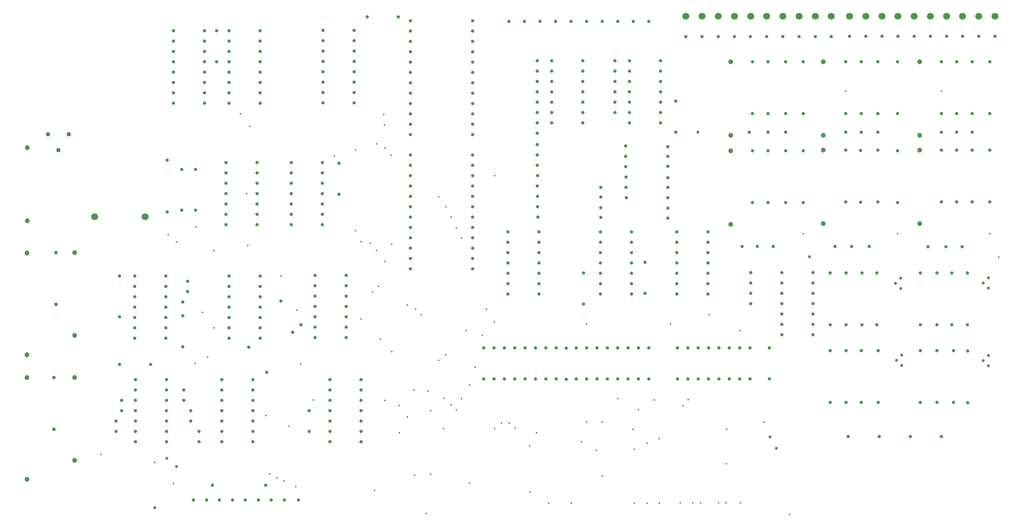
<source format=gbr>
%TF.GenerationSoftware,KiCad,Pcbnew,7.0.10*%
%TF.CreationDate,2024-03-23T14:15:09-04:00*%
%TF.ProjectId,MITS 88-2SIO,4d495453-2038-4382-9d32-53494f2e6b69,rev?*%
%TF.SameCoordinates,Original*%
%TF.FileFunction,Plated,1,2,PTH,Drill*%
%TF.FilePolarity,Positive*%
%FSLAX46Y46*%
G04 Gerber Fmt 4.6, Leading zero omitted, Abs format (unit mm)*
G04 Created by KiCad (PCBNEW 7.0.10) date 2024-03-23 14:15:09*
%MOMM*%
%LPD*%
G01*
G04 APERTURE LIST*
%TA.AperFunction,ViaDrill*%
%ADD10C,0.400000*%
%TD*%
%TA.AperFunction,ComponentDrill*%
%ADD11C,0.750000*%
%TD*%
%TA.AperFunction,ViaDrill*%
%ADD12C,0.762000*%
%TD*%
%TA.AperFunction,ComponentDrill*%
%ADD13C,0.800000*%
%TD*%
%TA.AperFunction,ComponentDrill*%
%ADD14C,0.900000*%
%TD*%
%TA.AperFunction,ComponentDrill*%
%ADD15C,1.100000*%
%TD*%
%TA.AperFunction,ComponentDrill*%
%ADD16C,1.200000*%
%TD*%
%TA.AperFunction,ComponentDrill*%
%ADD17C,1.700000*%
%TD*%
G04 APERTURE END LIST*
D10*
X50495200Y-139827000D03*
X63754000Y-141732000D03*
X67056000Y-85852000D03*
X68326000Y-146939000D03*
X69088000Y-87630000D03*
X73533000Y-117475000D03*
X73914000Y-83947000D03*
X75438000Y-104902000D03*
X76708000Y-115951000D03*
X78232000Y-89789000D03*
X78232000Y-108712000D03*
X84709000Y-56261000D03*
X86233000Y-75819000D03*
X86487000Y-88519000D03*
X86995000Y-59309000D03*
X90932000Y-130251200D03*
X91948000Y-144526000D03*
X93726000Y-145542000D03*
X94625160Y-96012000D03*
X95377000Y-146304000D03*
X96647000Y-132842000D03*
X98298000Y-147701000D03*
X98653600Y-104394000D03*
X99441000Y-117602000D03*
X102616000Y-126441200D03*
X107746800Y-66548000D03*
X112903000Y-65151000D03*
X112903000Y-84836000D03*
X114300000Y-87579200D03*
X114300000Y-106553000D03*
X116586000Y-88011000D03*
X117094000Y-99949000D03*
X117602000Y-148590000D03*
X118110000Y-63627000D03*
X118110000Y-89789000D03*
X118618000Y-98552000D03*
X118999000Y-111506000D03*
X119888000Y-56388000D03*
X120015000Y-58928000D03*
X120142000Y-64643000D03*
X120142000Y-92456000D03*
X120142000Y-126492000D03*
X121666000Y-66421000D03*
X121793000Y-88265000D03*
X121793000Y-114554000D03*
X123571000Y-127762000D03*
X123647200Y-134467600D03*
X125603000Y-103124000D03*
X125603000Y-130556000D03*
X127254000Y-123952000D03*
X127381000Y-144907000D03*
X127635000Y-104140000D03*
X129032000Y-105537000D03*
X130302000Y-154305000D03*
X130683000Y-124206000D03*
X131318000Y-129032000D03*
X131318000Y-144653000D03*
X133350000Y-76504800D03*
X133350000Y-116713000D03*
X134493000Y-125984000D03*
X134493000Y-133477000D03*
X135001000Y-78994000D03*
X135001000Y-115316000D03*
X136398000Y-81534000D03*
X136398000Y-127635000D03*
X137668000Y-84124800D03*
X137668000Y-128905000D03*
X138938000Y-86664800D03*
X138938000Y-126085600D03*
X140040000Y-109430000D03*
X140843000Y-122682000D03*
X140843000Y-146812000D03*
X142240000Y-118364000D03*
X144018000Y-110617000D03*
X145034000Y-104140000D03*
X146939000Y-107315000D03*
X147066000Y-71374000D03*
X147066000Y-133477000D03*
X148717000Y-132080000D03*
X150622000Y-132080000D03*
X152019000Y-133350000D03*
X155575000Y-137668000D03*
X155700000Y-149000000D03*
X157276800Y-134492943D03*
X160274000Y-151765000D03*
X165862000Y-151765000D03*
X168275000Y-136652000D03*
X169545000Y-107823000D03*
X169545000Y-131826000D03*
X171958000Y-138811000D03*
X173355000Y-131826000D03*
X173355000Y-145034000D03*
X177165000Y-126111000D03*
X180949600Y-133604000D03*
X181229000Y-138557000D03*
X181229000Y-151765000D03*
X182245000Y-128778000D03*
X184404000Y-137033000D03*
X184404000Y-151765000D03*
X186182000Y-126390400D03*
X187325000Y-135890000D03*
X187452000Y-151765000D03*
X190119000Y-107696000D03*
X192532000Y-151638000D03*
X193167000Y-127889000D03*
X194437000Y-126365000D03*
X195580000Y-151638000D03*
X197485000Y-151638000D03*
X199517000Y-105537000D03*
X201930000Y-151638000D03*
X203708000Y-151638000D03*
X203835000Y-133604000D03*
X203835000Y-142113000D03*
X207137000Y-109423200D03*
X207213200Y-151638000D03*
X212979000Y-131826000D03*
X219290000Y-154540000D03*
X222631000Y-85598000D03*
X233045000Y-50673000D03*
X245740000Y-85600000D03*
X256540000Y-50673000D03*
X268351000Y-85598000D03*
X270611600Y-91338400D03*
D11*
%TO.C,Q1*%
X245262400Y-97790000D03*
%TO.C,Q3*%
X245491000Y-116687600D03*
%TO.C,Q1*%
X246532400Y-96520000D03*
X246532400Y-99060000D03*
%TO.C,Q3*%
X246761000Y-115417600D03*
X246761000Y-117957600D03*
%TO.C,Q2*%
X266750800Y-97739200D03*
%TO.C,Q4*%
X266801600Y-116738400D03*
%TO.C,Q2*%
X268020800Y-96469200D03*
X268020800Y-99009200D03*
%TO.C,Q4*%
X268071600Y-115468400D03*
X268071600Y-118008400D03*
%TD*%
D12*
X63700000Y-152800000D03*
X66675000Y-140716000D03*
X69088000Y-142748000D03*
X196850000Y-60706000D03*
X214503000Y-135509000D03*
X216027000Y-138303000D03*
X224155000Y-91313000D03*
D13*
%TO.C,P2*%
X54229000Y-131572000D03*
%TO.C,P8*%
X54229000Y-134112000D03*
%TO.C,P14*%
X55118000Y-96012000D03*
%TO.C,P18*%
X55118000Y-106045000D03*
%TO.C,C18*%
X55118000Y-117729000D03*
%TO.C,P6*%
X55626000Y-126492000D03*
%TO.C,P12*%
X55626000Y-129032000D03*
%TO.C,U8*%
X58826400Y-96012000D03*
X58826400Y-98552000D03*
X58826400Y-101092000D03*
X58826400Y-103632000D03*
X58826400Y-106172000D03*
X58826400Y-108712000D03*
X58826400Y-111252000D03*
%TO.C,U6*%
X58978800Y-121412000D03*
X58978800Y-123952000D03*
X58978800Y-126492000D03*
X58978800Y-129032000D03*
X58978800Y-131572000D03*
X58978800Y-134112000D03*
X58978800Y-136652000D03*
%TO.C,C18*%
X62738000Y-117729000D03*
%TO.C,U8*%
X66446400Y-96012000D03*
X66446400Y-98552000D03*
X66446400Y-101092000D03*
X66446400Y-103632000D03*
X66446400Y-106172000D03*
X66446400Y-108712000D03*
X66446400Y-111252000D03*
%TO.C,U6*%
X66598800Y-121412000D03*
X66598800Y-123952000D03*
X66598800Y-126492000D03*
X66598800Y-129032000D03*
X66598800Y-131572000D03*
X66598800Y-134112000D03*
X66598800Y-136652000D03*
%TO.C,R28*%
X66802000Y-67564000D03*
X66802000Y-80264000D03*
%TO.C,U20*%
X68326000Y-35814000D03*
X68326000Y-38354000D03*
X68326000Y-40894000D03*
X68326000Y-43434000D03*
X68326000Y-45974000D03*
X68326000Y-48514000D03*
X68326000Y-51054000D03*
X68326000Y-53594000D03*
%TO.C,C9*%
X70358000Y-69883000D03*
X70358000Y-79883000D03*
%TO.C,P17*%
X70612000Y-102362000D03*
%TO.C,C17*%
X70612000Y-105791000D03*
X70612000Y-113411000D03*
%TO.C,P5*%
X70866000Y-123952000D03*
%TO.C,P11*%
X70866000Y-126492000D03*
%TO.C,P15*%
X71755000Y-97282000D03*
%TO.C,P16*%
X71755000Y-99822000D03*
%TO.C,P4*%
X72517000Y-129032000D03*
%TO.C,P10*%
X72517000Y-131572000D03*
%TO.C,W2*%
X73228200Y-150990000D03*
%TO.C,C10*%
X73761600Y-69883000D03*
X73761600Y-79883000D03*
%TO.C,P3*%
X74549000Y-134112000D03*
%TO.C,P9*%
X74549000Y-136652000D03*
%TO.C,U20*%
X75946000Y-35814000D03*
X75946000Y-38354000D03*
X75946000Y-40894000D03*
X75946000Y-43434000D03*
X75946000Y-45974000D03*
X75946000Y-48514000D03*
X75946000Y-51054000D03*
X75946000Y-53594000D03*
%TO.C,W3*%
X76403200Y-150990000D03*
%TO.C,W10*%
X77876400Y-147320000D03*
%TO.C,C21*%
X78867002Y-35813996D03*
X78867002Y-43433996D03*
%TO.C,W4*%
X79578200Y-150990000D03*
%TO.C,U1*%
X80162400Y-121412000D03*
X80162400Y-123952000D03*
X80162400Y-126492000D03*
X80162400Y-129032000D03*
X80162400Y-131572000D03*
X80162400Y-134112000D03*
X80162400Y-136652000D03*
%TO.C,U7*%
X81153000Y-68199000D03*
X81153000Y-70739000D03*
X81153000Y-73279000D03*
X81153000Y-75819000D03*
X81153000Y-78359000D03*
X81153000Y-80899000D03*
X81153000Y-83439000D03*
%TO.C,U22*%
X81915000Y-35814000D03*
X81915000Y-38354000D03*
X81915000Y-40894000D03*
X81915000Y-43434000D03*
X81915000Y-45974000D03*
X81915000Y-48514000D03*
X81915000Y-51054000D03*
X81915000Y-53594000D03*
%TO.C,U3*%
X81915000Y-96012000D03*
X81915000Y-98552000D03*
X81915000Y-101092000D03*
X81915000Y-103632000D03*
X81915000Y-106172000D03*
X81915000Y-108712000D03*
X81915000Y-111252000D03*
%TO.C,W5*%
X82753200Y-150990000D03*
%TO.C,W6*%
X85928200Y-150990000D03*
%TO.C,C16*%
X86766400Y-113436400D03*
%TO.C,U1*%
X87782400Y-121412000D03*
X87782400Y-123952000D03*
X87782400Y-126492000D03*
X87782400Y-129032000D03*
X87782400Y-131572000D03*
X87782400Y-134112000D03*
X87782400Y-136652000D03*
%TO.C,U7*%
X88773000Y-68199000D03*
X88773000Y-70739000D03*
X88773000Y-73279000D03*
X88773000Y-75819000D03*
X88773000Y-78359000D03*
X88773000Y-80899000D03*
X88773000Y-83439000D03*
%TO.C,W7*%
X89103200Y-150977600D03*
%TO.C,U22*%
X89535000Y-35814000D03*
X89535000Y-38354000D03*
X89535000Y-40894000D03*
X89535000Y-43434000D03*
X89535000Y-45974000D03*
X89535000Y-48514000D03*
X89535000Y-51054000D03*
X89535000Y-53594000D03*
%TO.C,U3*%
X89535000Y-96012000D03*
X89535000Y-98552000D03*
X89535000Y-101092000D03*
X89535000Y-103632000D03*
X89535000Y-106172000D03*
X89535000Y-108712000D03*
X89535000Y-111252000D03*
%TO.C,W11*%
X90932000Y-147320000D03*
%TO.C,C16*%
X91137052Y-119678339D03*
%TO.C,W8*%
X92278200Y-150990000D03*
%TO.C,C15*%
X94615000Y-102108000D03*
%TO.C,W9*%
X95450400Y-150990000D03*
%TO.C,U11*%
X97180400Y-68199000D03*
X97180400Y-70739000D03*
X97180400Y-73279000D03*
X97180400Y-75819000D03*
X97180400Y-78359000D03*
X97180400Y-80899000D03*
X97180400Y-83439000D03*
%TO.C,P19*%
X97536000Y-109855000D03*
%TO.C,W1*%
X98958400Y-150990000D03*
%TO.C,C15*%
X99513042Y-107945259D03*
%TO.C,P7*%
X101600000Y-129032000D03*
%TO.C,P13*%
X101600000Y-134112000D03*
%TO.C,U5*%
X103022400Y-95885000D03*
X103022400Y-98425000D03*
X103022400Y-100965000D03*
X103022400Y-103505000D03*
X103022400Y-106045000D03*
X103022400Y-108585000D03*
X103022400Y-111125000D03*
%TO.C,U11*%
X104800400Y-68199000D03*
X104800400Y-70739000D03*
X104800400Y-73279000D03*
X104800400Y-75819000D03*
X104800400Y-78359000D03*
X104800400Y-80899000D03*
X104800400Y-83439000D03*
%TO.C,J1*%
X105003600Y-35763200D03*
X105003600Y-38303200D03*
X105003600Y-40843200D03*
X105003600Y-43383200D03*
X105003600Y-45923200D03*
X105003600Y-48463200D03*
X105003600Y-51003200D03*
X105003600Y-53543200D03*
%TO.C,U2*%
X106680000Y-121412000D03*
X106680000Y-123952000D03*
X106680000Y-126492000D03*
X106680000Y-129032000D03*
X106680000Y-131572000D03*
X106680000Y-134112000D03*
X106680000Y-136652000D03*
%TO.C,C14*%
X108839000Y-68326000D03*
X108839000Y-75946000D03*
%TO.C,U5*%
X110642400Y-95885000D03*
X110642400Y-98425000D03*
X110642400Y-100965000D03*
X110642400Y-103505000D03*
X110642400Y-106045000D03*
X110642400Y-108585000D03*
X110642400Y-111125000D03*
%TO.C,J1*%
X112623600Y-35763200D03*
X112623600Y-38303200D03*
X112623600Y-40843200D03*
X112623600Y-43383200D03*
X112623600Y-45923200D03*
X112623600Y-48463200D03*
X112623600Y-51003200D03*
X112623600Y-53543200D03*
%TO.C,U2*%
X114300000Y-121412000D03*
X114300000Y-123952000D03*
X114300000Y-126492000D03*
X114300000Y-129032000D03*
X114300000Y-131572000D03*
X114300000Y-134112000D03*
X114300000Y-136652000D03*
%TO.C,C19*%
X115773200Y-32410400D03*
X123393200Y-32410400D03*
%TO.C,U14*%
X126365000Y-33401000D03*
X126365000Y-35941000D03*
X126365000Y-38481000D03*
X126365000Y-41021000D03*
X126365000Y-43561000D03*
X126365000Y-46101000D03*
X126365000Y-48641000D03*
X126365000Y-51181000D03*
X126365000Y-53721000D03*
X126365000Y-56261000D03*
X126365000Y-58801000D03*
X126365000Y-61341000D03*
%TO.C,U15*%
X126390400Y-66294000D03*
X126390400Y-68834000D03*
X126390400Y-71374000D03*
X126390400Y-73914000D03*
X126390400Y-76454000D03*
X126390400Y-78994000D03*
X126390400Y-81534000D03*
X126390400Y-84074000D03*
X126390400Y-86614000D03*
X126390400Y-89154000D03*
X126390400Y-91694000D03*
X126390400Y-94234000D03*
%TO.C,U14*%
X141605000Y-33401000D03*
X141605000Y-35941000D03*
X141605000Y-38481000D03*
X141605000Y-41021000D03*
X141605000Y-43561000D03*
X141605000Y-46101000D03*
X141605000Y-48641000D03*
X141605000Y-51181000D03*
X141605000Y-53721000D03*
X141605000Y-56261000D03*
X141605000Y-58801000D03*
X141605000Y-61341000D03*
%TO.C,U15*%
X141630400Y-66294000D03*
X141630400Y-68834000D03*
X141630400Y-71374000D03*
X141630400Y-73914000D03*
X141630400Y-76454000D03*
X141630400Y-78994000D03*
X141630400Y-81534000D03*
X141630400Y-84074000D03*
X141630400Y-86614000D03*
X141630400Y-89154000D03*
X141630400Y-91694000D03*
X141630400Y-94234000D03*
%TO.C,U10*%
X144373601Y-113639601D03*
X144373601Y-121259601D03*
X146913601Y-113639601D03*
X146913601Y-121259601D03*
X149453601Y-113639601D03*
X149453601Y-121259601D03*
%TO.C,U18*%
X150241000Y-85217000D03*
X150241000Y-87757000D03*
X150241000Y-90297000D03*
X150241000Y-92837000D03*
X150241000Y-95377000D03*
X150241000Y-97917000D03*
X150241000Y-100457000D03*
%TO.C,P86*%
X150495000Y-33528000D03*
%TO.C,U10*%
X151993601Y-113639601D03*
X151993601Y-121259601D03*
%TO.C,P87*%
X154305000Y-33528000D03*
%TO.C,U10*%
X154533601Y-113639601D03*
X154533601Y-121259601D03*
X157073601Y-113639601D03*
X157073601Y-121259601D03*
%TO.C,P26*%
X157480000Y-43180000D03*
%TO.C,P64*%
X157480000Y-45720000D03*
%TO.C,P66*%
X157480000Y-48260000D03*
%TO.C,P72*%
X157480000Y-50800000D03*
%TO.C,P37*%
X157480000Y-53340000D03*
%TO.C,P65*%
X157480000Y-55880000D03*
%TO.C,P67*%
X157480000Y-58420000D03*
%TO.C,P73*%
X157480000Y-60960000D03*
%TO.C,P49*%
X157480000Y-63754000D03*
%TO.C,P30*%
X157480000Y-66294000D03*
%TO.C,P48*%
X157505400Y-68834000D03*
%TO.C,P56*%
X157505400Y-73914000D03*
%TO.C,P28*%
X157556200Y-71374000D03*
%TO.C,P39*%
X157556200Y-76454000D03*
%TO.C,P57*%
X157556200Y-78994000D03*
%TO.C,P41*%
X157607000Y-81534000D03*
%TO.C,U18*%
X157861000Y-85217000D03*
X157861000Y-87757000D03*
X157861000Y-90297000D03*
X157861000Y-92837000D03*
X157861000Y-95377000D03*
X157861000Y-97917000D03*
X157861000Y-100457000D03*
%TO.C,P88*%
X158115000Y-33528000D03*
%TO.C,U10*%
X159613601Y-113639601D03*
X159613601Y-121259601D03*
%TO.C,U19*%
X161036000Y-43180000D03*
X161036000Y-45720000D03*
X161036000Y-48260000D03*
X161036000Y-50800000D03*
X161036000Y-53340000D03*
X161036000Y-55880000D03*
X161036000Y-58420000D03*
%TO.C,P89*%
X161925000Y-33528000D03*
%TO.C,U10*%
X162153601Y-113639601D03*
X162153601Y-121259601D03*
%TO.C,C13*%
X164541200Y-113690400D03*
X164541200Y-121310400D03*
%TO.C,P90*%
X165735000Y-33528000D03*
%TO.C,U9*%
X167030400Y-113639600D03*
X167030400Y-121259600D03*
%TO.C,U19*%
X168656000Y-43180000D03*
X168656000Y-45720000D03*
X168656000Y-48260000D03*
X168656000Y-50800000D03*
X168656000Y-53340000D03*
X168656000Y-55880000D03*
X168656000Y-58420000D03*
%TO.C,C20*%
X168808400Y-95250000D03*
X168808400Y-102870000D03*
%TO.C,P91*%
X169545000Y-33528000D03*
%TO.C,U9*%
X169570400Y-113639600D03*
X169570400Y-121259600D03*
X172110400Y-113639600D03*
X172110400Y-121259600D03*
%TO.C,U16*%
X172974000Y-85217000D03*
X172974000Y-87757000D03*
X172974000Y-90297000D03*
X172974000Y-92837000D03*
X172974000Y-95377000D03*
X172974000Y-97917000D03*
X172974000Y-100457000D03*
%TO.C,P36*%
X173024800Y-74218800D03*
%TO.C,P55*%
X173024800Y-76657200D03*
%TO.C,P34*%
X173024800Y-79248000D03*
%TO.C,P53*%
X173024800Y-81661000D03*
%TO.C,P92*%
X173355000Y-33528000D03*
%TO.C,U9*%
X174650400Y-113639600D03*
X174650400Y-121259600D03*
%TO.C,P54*%
X176530000Y-43180000D03*
%TO.C,P35*%
X176530000Y-45720000D03*
%TO.C,P52*%
X176530000Y-48260000D03*
%TO.C,P33*%
X176530000Y-50800000D03*
%TO.C,P50*%
X176530000Y-53340000D03*
%TO.C,P31*%
X176530000Y-55880000D03*
%TO.C,P93*%
X177165000Y-33528000D03*
%TO.C,U9*%
X177190400Y-113639600D03*
X177190400Y-121259600D03*
%TO.C,P42*%
X179171600Y-64135000D03*
%TO.C,P20*%
X179171600Y-66675000D03*
%TO.C,P44*%
X179171600Y-69215000D03*
%TO.C,P46*%
X179197000Y-74295000D03*
%TO.C,P22*%
X179222400Y-71755000D03*
%TO.C,P24*%
X179273200Y-76835000D03*
%TO.C,U9*%
X179730400Y-113639600D03*
X179730400Y-121259600D03*
%TO.C,U21*%
X180086000Y-43180000D03*
X180086000Y-45720000D03*
X180086000Y-48260000D03*
X180086000Y-50800000D03*
X180086000Y-53340000D03*
X180086000Y-55880000D03*
X180086000Y-58420000D03*
%TO.C,U16*%
X180594000Y-85217000D03*
X180594000Y-87757000D03*
X180594000Y-90297000D03*
X180594000Y-92837000D03*
X180594000Y-95377000D03*
X180594000Y-97917000D03*
X180594000Y-100457000D03*
%TO.C,P94*%
X180975000Y-33528000D03*
%TO.C,U9*%
X182270400Y-113639600D03*
X182270400Y-121259600D03*
%TO.C,C23*%
X183896000Y-92608400D03*
X183896000Y-100228400D03*
%TO.C,P95*%
X184785000Y-33528000D03*
%TO.C,U9*%
X184810400Y-113639600D03*
X184810400Y-121259600D03*
%TO.C,U21*%
X187706000Y-43180000D03*
X187706000Y-45720000D03*
X187706000Y-48260000D03*
X187706000Y-50800000D03*
X187706000Y-53340000D03*
X187706000Y-55880000D03*
X187706000Y-58420000D03*
%TO.C,P51*%
X189484000Y-64262000D03*
%TO.C,P32*%
X189484000Y-66675000D03*
%TO.C,P47*%
X189484000Y-69088000D03*
%TO.C,P25*%
X189484000Y-71882000D03*
%TO.C,P23*%
X189484000Y-74295000D03*
%TO.C,P45*%
X189484000Y-76835000D03*
%TO.C,P21*%
X189484000Y-79349600D03*
%TO.C,P43*%
X189484000Y-81788000D03*
%TO.C,C12*%
X191389000Y-53086000D03*
X191389000Y-60706000D03*
%TO.C,U13*%
X191643000Y-85217000D03*
X191643000Y-87757000D03*
X191643000Y-90297000D03*
X191643000Y-92837000D03*
X191643000Y-95377000D03*
X191643000Y-97917000D03*
X191643000Y-100457000D03*
%TO.C,U4*%
X191871600Y-113588800D03*
X191871600Y-121208800D03*
%TO.C,P106*%
X193903600Y-37236400D03*
%TO.C,U4*%
X194411600Y-113588800D03*
X194411600Y-121208800D03*
X196951600Y-113588800D03*
X196951600Y-121208800D03*
%TO.C,P107*%
X197860400Y-37236400D03*
%TO.C,U13*%
X199263000Y-85217000D03*
X199263000Y-87757000D03*
X199263000Y-90297000D03*
X199263000Y-92837000D03*
X199263000Y-95377000D03*
X199263000Y-97917000D03*
X199263000Y-100457000D03*
%TO.C,U4*%
X199491600Y-113588800D03*
X199491600Y-121208800D03*
%TO.C,P108*%
X201823600Y-37236400D03*
%TO.C,U4*%
X202031600Y-113588800D03*
X202031600Y-121208800D03*
X204571600Y-113588800D03*
X204571600Y-121208800D03*
%TO.C,P109*%
X205783600Y-37236400D03*
%TO.C,U4*%
X207111600Y-113588800D03*
X207111600Y-121208800D03*
%TO.C,P61*%
X207670400Y-88747600D03*
%TO.C,P58*%
X209423000Y-60706000D03*
%TO.C,U4*%
X209651600Y-113588800D03*
X209651600Y-121208800D03*
%TO.C,P110*%
X209743600Y-37236400D03*
%TO.C,P27*%
X209753200Y-95148400D03*
%TO.C,P29*%
X209753200Y-97688400D03*
%TO.C,P38*%
X209753200Y-100228400D03*
%TO.C,P40*%
X209753200Y-102819200D03*
%TO.C,R3*%
X210185000Y-43434000D03*
X210185000Y-56134000D03*
%TO.C,R18*%
X210185000Y-65278000D03*
X210185000Y-77978000D03*
%TO.C,P80*%
X211429600Y-88747600D03*
%TO.C,P111*%
X213703600Y-37236400D03*
%TO.C,D3*%
X213995000Y-43434000D03*
X213995000Y-56134000D03*
%TO.C,P74*%
X213995000Y-60706000D03*
%TO.C,D12*%
X213995000Y-65278000D03*
X213995000Y-77978000D03*
%TO.C,C22*%
X214376000Y-113665000D03*
X214376000Y-121285000D03*
%TO.C,P81*%
X215265000Y-88773000D03*
%TO.C,U23*%
X217424000Y-95148400D03*
X217424000Y-97688400D03*
X217424000Y-100228400D03*
X217424000Y-102768400D03*
X217424000Y-105308400D03*
X217424000Y-107848400D03*
X217424000Y-110388400D03*
%TO.C,P112*%
X217663600Y-37236400D03*
%TO.C,R4*%
X218313000Y-43434000D03*
X218313000Y-56134000D03*
%TO.C,R19*%
X218313000Y-65278000D03*
X218313000Y-77978000D03*
%TO.C,P75*%
X218338400Y-60706000D03*
%TO.C,P113*%
X221623600Y-37236400D03*
%TO.C,R5*%
X222631000Y-43434000D03*
X222631000Y-56134000D03*
%TO.C,R20*%
X222631000Y-65278000D03*
X222631000Y-77978000D03*
%TO.C,U23*%
X225044000Y-95148400D03*
X225044000Y-97688400D03*
X225044000Y-100228400D03*
X225044000Y-102768400D03*
X225044000Y-105308400D03*
X225044000Y-107848400D03*
X225044000Y-110388400D03*
%TO.C,P114*%
X225583600Y-37236400D03*
%TO.C,R16*%
X229235000Y-114300000D03*
X229235000Y-127000000D03*
%TO.C,R6*%
X229260400Y-95250000D03*
X229260400Y-107950000D03*
%TO.C,P115*%
X229543600Y-37236400D03*
%TO.C,P62*%
X230479600Y-88747600D03*
%TO.C,R8*%
X233045000Y-43434000D03*
X233045000Y-56134000D03*
%TO.C,P59*%
X233045000Y-60706000D03*
%TO.C,R23*%
X233045000Y-65151000D03*
X233045000Y-77851000D03*
%TO.C,R7*%
X233172000Y-95250000D03*
X233172000Y-107950000D03*
%TO.C,R17*%
X233172000Y-114300000D03*
X233172000Y-127000000D03*
%TO.C,P70*%
X233680000Y-135382000D03*
%TO.C,P96*%
X234011600Y-37178400D03*
%TO.C,P82*%
X234543600Y-88747600D03*
%TO.C,D15*%
X236728000Y-65176400D03*
X236728000Y-77876400D03*
%TO.C,D6*%
X236855000Y-43434000D03*
X236855000Y-56134000D03*
%TO.C,P76*%
X236855000Y-60706000D03*
%TO.C,D10*%
X236855000Y-114300000D03*
X236855000Y-127000000D03*
%TO.C,D4*%
X237032800Y-95250000D03*
X237032800Y-107950000D03*
%TO.C,P97*%
X237971600Y-37178400D03*
%TO.C,P83*%
X238861600Y-88747600D03*
%TO.C,D5*%
X240690400Y-95250000D03*
X240690400Y-107950000D03*
%TO.C,R9*%
X240919000Y-43434000D03*
X240919000Y-56134000D03*
%TO.C,P77*%
X240919000Y-60706000D03*
%TO.C,R24*%
X240919000Y-65151000D03*
X240919000Y-77851000D03*
%TO.C,D11*%
X241046000Y-114300000D03*
X241046000Y-127000000D03*
%TO.C,P68*%
X241300000Y-135382000D03*
%TO.C,P98*%
X241931600Y-37174400D03*
%TO.C,R10*%
X245745000Y-43434000D03*
X245745000Y-56134000D03*
%TO.C,R25*%
X245745000Y-65278000D03*
X245745000Y-77978000D03*
%TO.C,P99*%
X245891600Y-37178400D03*
%TO.C,P71*%
X248920000Y-135382000D03*
%TO.C,P100*%
X249851600Y-37178400D03*
%TO.C,R11*%
X251333000Y-95250000D03*
X251333000Y-107950000D03*
%TO.C,R21*%
X251333000Y-114300000D03*
X251333000Y-127000000D03*
%TO.C,P63*%
X253238000Y-88798400D03*
%TO.C,P101*%
X253811600Y-37178400D03*
%TO.C,R22*%
X255397000Y-114300000D03*
X255397000Y-127000000D03*
%TO.C,R12*%
X255422400Y-95250000D03*
X255422400Y-107950000D03*
%TO.C,R13*%
X256540000Y-43434000D03*
X256540000Y-56134000D03*
%TO.C,P60*%
X256540000Y-60706000D03*
%TO.C,R26*%
X256540000Y-65151000D03*
X256540000Y-77851000D03*
%TO.C,P69*%
X256540000Y-135382000D03*
%TO.C,P84*%
X257606800Y-88798400D03*
%TO.C,P102*%
X257753600Y-37178400D03*
%TO.C,D7*%
X259029200Y-95250000D03*
X259029200Y-107950000D03*
%TO.C,D13*%
X259461000Y-114300000D03*
X259461000Y-127000000D03*
%TO.C,D9*%
X260223000Y-43434000D03*
X260223000Y-56134000D03*
%TO.C,P78*%
X260223000Y-60706000D03*
%TO.C,D18*%
X260223000Y-65151000D03*
X260223000Y-77851000D03*
%TO.C,P85*%
X261620000Y-88798400D03*
%TO.C,P103*%
X261731600Y-37178400D03*
%TO.C,D8*%
X262890000Y-95250000D03*
X262890000Y-107950000D03*
%TO.C,D14*%
X262940800Y-114350800D03*
X262940800Y-127050800D03*
%TO.C,R14*%
X264033000Y-43434000D03*
X264033000Y-56134000D03*
%TO.C,P79*%
X264033000Y-60706000D03*
%TO.C,R27*%
X264033000Y-65151000D03*
X264033000Y-77851000D03*
%TO.C,P104*%
X265678400Y-37178400D03*
%TO.C,R15*%
X268351000Y-43434000D03*
X268351000Y-56134000D03*
%TO.C,R30*%
X268351000Y-65151000D03*
X268351000Y-77851000D03*
%TO.C,P105*%
X269640800Y-37178400D03*
D14*
%TO.C,D2*%
X38989000Y-120904000D03*
X38989000Y-133604000D03*
%TO.C,D1*%
X39497000Y-90297000D03*
X39497000Y-102997000D03*
D15*
%TO.C,U24*%
X37592000Y-61214000D03*
X40132000Y-65151000D03*
X42672000Y-61214000D03*
D16*
%TO.C,C1*%
X32385000Y-90316000D03*
X32385000Y-115316000D03*
%TO.C,C2*%
X32385000Y-120904000D03*
X32385000Y-145904000D03*
%TO.C,C11*%
X32512000Y-64499200D03*
X32512000Y-82499200D03*
%TO.C,R1*%
X44069000Y-90297000D03*
X44069000Y-110617000D03*
%TO.C,R2*%
X44069000Y-120904000D03*
X44069000Y-141224000D03*
%TO.C,C3*%
X204851000Y-43434000D03*
X204851000Y-61434000D03*
%TO.C,C6*%
X204851000Y-65278000D03*
X204851000Y-83278000D03*
%TO.C,C4*%
X227584000Y-43434000D03*
X227584000Y-61434000D03*
%TO.C,C7*%
X227584000Y-65151000D03*
X227584000Y-83151000D03*
%TO.C,C5*%
X251206000Y-43434000D03*
X251206000Y-61434000D03*
%TO.C,C8*%
X251206000Y-65151000D03*
X251206000Y-83151000D03*
D17*
%TO.C,CR1*%
X49022000Y-81483200D03*
X61362000Y-81483200D03*
%TO.C,J2*%
X193907400Y-32227000D03*
X197867400Y-32227000D03*
X201827400Y-32227000D03*
X205787400Y-32227000D03*
X209747400Y-32227000D03*
X213707400Y-32227000D03*
X217667400Y-32227000D03*
X221627400Y-32227000D03*
X225587400Y-32227000D03*
X229547400Y-32227000D03*
%TO.C,J3*%
X234005400Y-32257000D03*
X237965400Y-32257000D03*
X241925400Y-32257000D03*
X245885400Y-32257000D03*
X249845400Y-32257000D03*
X253805400Y-32257000D03*
X257765400Y-32257000D03*
X261725400Y-32257000D03*
X265685400Y-32257000D03*
X269645400Y-32257000D03*
M02*

</source>
